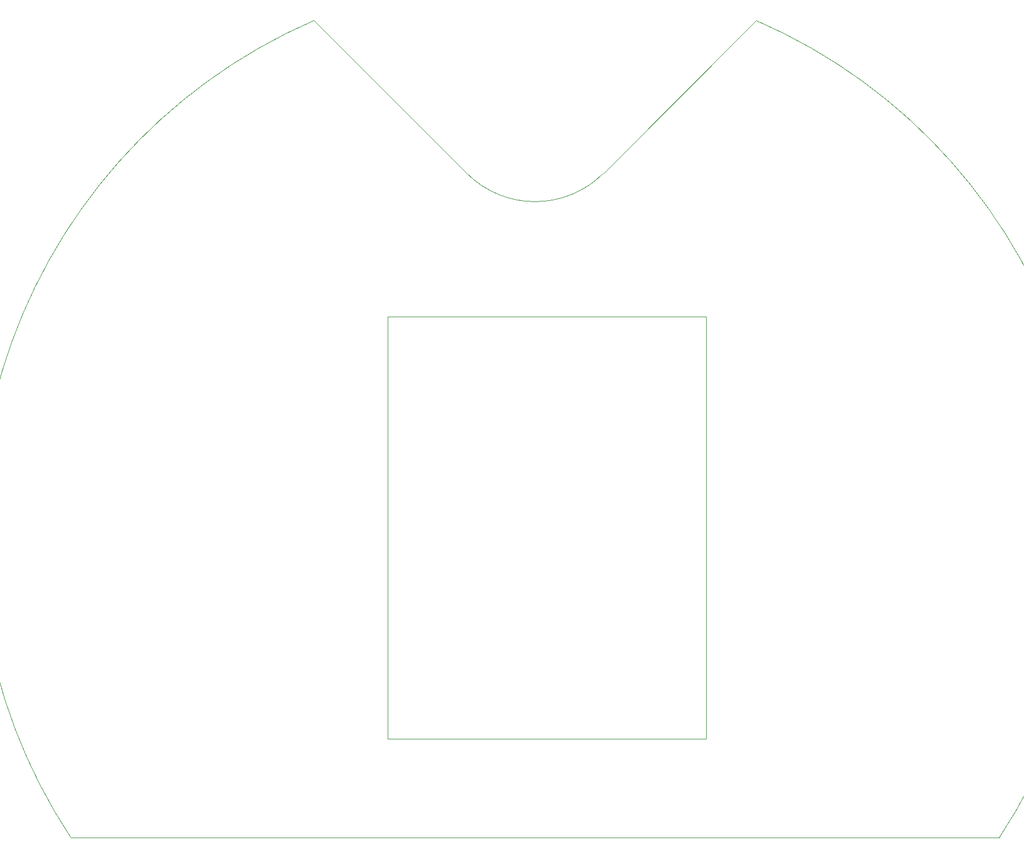
<source format=gbr>
G04 #@! TF.GenerationSoftware,KiCad,Pcbnew,5.1.4-e60b266~84~ubuntu18.04.1*
G04 #@! TF.CreationDate,2019-08-23T00:28:12+02:00*
G04 #@! TF.ProjectId,2020,32303230-2e6b-4696-9361-645f70636258,rev?*
G04 #@! TF.SameCoordinates,Original*
G04 #@! TF.FileFunction,Profile,NP*
%FSLAX46Y46*%
G04 Gerber Fmt 4.6, Leading zero omitted, Abs format (unit mm)*
G04 Created by KiCad (PCBNEW 5.1.4-e60b266~84~ubuntu18.04.1) date 2019-08-23 00:28:12*
%MOMM*%
%LPD*%
G04 APERTURE LIST*
%ADD10C,0.050000*%
G04 APERTURE END LIST*
D10*
X62250000Y-12750000D02*
X85090001Y-35559999D01*
X128250000Y-12750000D02*
X105409999Y-35559999D01*
X105409999Y-35559999D02*
G75*
G02X85090001Y-35559999I-10159999J10159999D01*
G01*
X164512721Y-134621965D02*
X25987279Y-134621965D01*
X120750000Y-56900000D02*
X73250000Y-56900000D01*
X120750000Y-119900000D02*
X120750000Y-56900000D01*
X73250000Y-119900000D02*
X120750000Y-119900000D01*
X73250000Y-56900000D02*
X73250000Y-119900000D01*
X164512720Y-134621964D02*
G75*
G03X128250000Y-12750000I-69262720J45721964D01*
G01*
X25987280Y-134621964D02*
G75*
G02X62250000Y-12750000I69262720J45721964D01*
G01*
M02*

</source>
